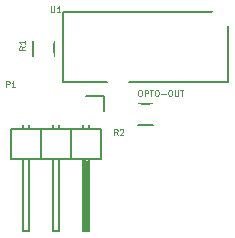
<source format=gto>
G04 #@! TF.FileFunction,Legend,Top*
%FSLAX46Y46*%
G04 Gerber Fmt 4.6, Leading zero omitted, Abs format (unit mm)*
G04 Created by KiCad (PCBNEW 4.0.2-stable) date Monday, December 26, 2016 'PMt' 06:26:59 PM*
%MOMM*%
G01*
G04 APERTURE LIST*
%ADD10C,0.100000*%
%ADD11C,0.110000*%
%ADD12C,0.150000*%
%ADD13R,1.700000X1.900000*%
%ADD14R,1.900000X1.700000*%
%ADD15C,1.924000*%
%ADD16R,3.400000X3.400000*%
%ADD17R,2.127200X2.432000*%
%ADD18O,2.127200X2.432000*%
G04 APERTURE END LIST*
D10*
D11*
X155706190Y-113518190D02*
X155801428Y-113518190D01*
X155849047Y-113542000D01*
X155896666Y-113589619D01*
X155920475Y-113684857D01*
X155920475Y-113851524D01*
X155896666Y-113946762D01*
X155849047Y-113994381D01*
X155801428Y-114018190D01*
X155706190Y-114018190D01*
X155658571Y-113994381D01*
X155610952Y-113946762D01*
X155587142Y-113851524D01*
X155587142Y-113684857D01*
X155610952Y-113589619D01*
X155658571Y-113542000D01*
X155706190Y-113518190D01*
X156134762Y-114018190D02*
X156134762Y-113518190D01*
X156325238Y-113518190D01*
X156372857Y-113542000D01*
X156396666Y-113565810D01*
X156420476Y-113613429D01*
X156420476Y-113684857D01*
X156396666Y-113732476D01*
X156372857Y-113756286D01*
X156325238Y-113780095D01*
X156134762Y-113780095D01*
X156563333Y-113518190D02*
X156849047Y-113518190D01*
X156706190Y-114018190D02*
X156706190Y-113518190D01*
X157110952Y-113518190D02*
X157206190Y-113518190D01*
X157253809Y-113542000D01*
X157301428Y-113589619D01*
X157325237Y-113684857D01*
X157325237Y-113851524D01*
X157301428Y-113946762D01*
X157253809Y-113994381D01*
X157206190Y-114018190D01*
X157110952Y-114018190D01*
X157063333Y-113994381D01*
X157015714Y-113946762D01*
X156991904Y-113851524D01*
X156991904Y-113684857D01*
X157015714Y-113589619D01*
X157063333Y-113542000D01*
X157110952Y-113518190D01*
X157539524Y-113827714D02*
X157920476Y-113827714D01*
X158253810Y-113518190D02*
X158349048Y-113518190D01*
X158396667Y-113542000D01*
X158444286Y-113589619D01*
X158468095Y-113684857D01*
X158468095Y-113851524D01*
X158444286Y-113946762D01*
X158396667Y-113994381D01*
X158349048Y-114018190D01*
X158253810Y-114018190D01*
X158206191Y-113994381D01*
X158158572Y-113946762D01*
X158134762Y-113851524D01*
X158134762Y-113684857D01*
X158158572Y-113589619D01*
X158206191Y-113542000D01*
X158253810Y-113518190D01*
X158682382Y-113518190D02*
X158682382Y-113922952D01*
X158706191Y-113970571D01*
X158730001Y-113994381D01*
X158777620Y-114018190D01*
X158872858Y-114018190D01*
X158920477Y-113994381D01*
X158944286Y-113970571D01*
X158968096Y-113922952D01*
X158968096Y-113518190D01*
X159134763Y-113518190D02*
X159420477Y-113518190D01*
X159277620Y-114018190D02*
X159277620Y-113518190D01*
D12*
X148449000Y-109382000D02*
X148449000Y-110582000D01*
X146699000Y-110582000D02*
X146699000Y-109382000D01*
X156810000Y-116445000D02*
X155610000Y-116445000D01*
X155610000Y-114695000D02*
X156810000Y-114695000D01*
X163210000Y-112855000D02*
X149210000Y-112855000D01*
X149210000Y-112855000D02*
X149210000Y-106855000D01*
X149210000Y-106855000D02*
X163210000Y-106855000D01*
X163210000Y-106855000D02*
X163210000Y-112855000D01*
X152680000Y-114016000D02*
X151130000Y-114016000D01*
X152680000Y-115316000D02*
X152680000Y-114016000D01*
X151257000Y-119507000D02*
X151257000Y-125349000D01*
X151257000Y-125349000D02*
X151003000Y-125349000D01*
X151003000Y-125349000D02*
X151003000Y-119507000D01*
X151003000Y-119507000D02*
X151130000Y-119507000D01*
X151130000Y-119507000D02*
X151130000Y-125349000D01*
X151384000Y-116840000D02*
X151384000Y-116459000D01*
X150876000Y-116840000D02*
X150876000Y-116459000D01*
X148844000Y-116840000D02*
X148844000Y-116459000D01*
X148336000Y-116840000D02*
X148336000Y-116459000D01*
X146304000Y-116840000D02*
X146304000Y-116459000D01*
X145796000Y-116840000D02*
X145796000Y-116459000D01*
X149860000Y-119380000D02*
X152400000Y-119380000D01*
X150876000Y-125476000D02*
X150876000Y-119380000D01*
X151384000Y-125476000D02*
X150876000Y-125476000D01*
X151384000Y-119380000D02*
X151384000Y-125476000D01*
X149860000Y-116840000D02*
X149860000Y-119380000D01*
X152400000Y-116840000D02*
X149860000Y-116840000D01*
X152400000Y-116840000D02*
X152400000Y-119380000D01*
X147320000Y-116840000D02*
X147320000Y-119380000D01*
X147320000Y-116840000D02*
X144780000Y-116840000D01*
X146304000Y-119380000D02*
X146304000Y-125476000D01*
X146304000Y-125476000D02*
X145796000Y-125476000D01*
X145796000Y-125476000D02*
X145796000Y-119380000D01*
X144780000Y-119380000D02*
X147320000Y-119380000D01*
X147320000Y-119380000D02*
X149860000Y-119380000D01*
X148336000Y-125476000D02*
X148336000Y-119380000D01*
X148844000Y-125476000D02*
X148336000Y-125476000D01*
X148844000Y-119380000D02*
X148844000Y-125476000D01*
X147320000Y-116840000D02*
X147320000Y-119380000D01*
X149860000Y-116840000D02*
X147320000Y-116840000D01*
X149860000Y-116840000D02*
X149860000Y-119380000D01*
X144780000Y-116840000D02*
X144780000Y-119380000D01*
D10*
X146022190Y-109811333D02*
X145784095Y-109978000D01*
X146022190Y-110097047D02*
X145522190Y-110097047D01*
X145522190Y-109906571D01*
X145546000Y-109858952D01*
X145569810Y-109835143D01*
X145617429Y-109811333D01*
X145688857Y-109811333D01*
X145736476Y-109835143D01*
X145760286Y-109858952D01*
X145784095Y-109906571D01*
X145784095Y-110097047D01*
X146022190Y-109335143D02*
X146022190Y-109620857D01*
X146022190Y-109478000D02*
X145522190Y-109478000D01*
X145593619Y-109525619D01*
X145641238Y-109573238D01*
X145665048Y-109620857D01*
X153840667Y-117320190D02*
X153674000Y-117082095D01*
X153554953Y-117320190D02*
X153554953Y-116820190D01*
X153745429Y-116820190D01*
X153793048Y-116844000D01*
X153816857Y-116867810D01*
X153840667Y-116915429D01*
X153840667Y-116986857D01*
X153816857Y-117034476D01*
X153793048Y-117058286D01*
X153745429Y-117082095D01*
X153554953Y-117082095D01*
X154031143Y-116867810D02*
X154054953Y-116844000D01*
X154102572Y-116820190D01*
X154221619Y-116820190D01*
X154269238Y-116844000D01*
X154293048Y-116867810D01*
X154316857Y-116915429D01*
X154316857Y-116963048D01*
X154293048Y-117034476D01*
X154007334Y-117320190D01*
X154316857Y-117320190D01*
X148209048Y-106406190D02*
X148209048Y-106810952D01*
X148232857Y-106858571D01*
X148256667Y-106882381D01*
X148304286Y-106906190D01*
X148399524Y-106906190D01*
X148447143Y-106882381D01*
X148470952Y-106858571D01*
X148494762Y-106810952D01*
X148494762Y-106406190D01*
X148994762Y-106906190D02*
X148709048Y-106906190D01*
X148851905Y-106906190D02*
X148851905Y-106406190D01*
X148804286Y-106477619D01*
X148756667Y-106525238D01*
X148709048Y-106549048D01*
X144410953Y-113256190D02*
X144410953Y-112756190D01*
X144601429Y-112756190D01*
X144649048Y-112780000D01*
X144672857Y-112803810D01*
X144696667Y-112851429D01*
X144696667Y-112922857D01*
X144672857Y-112970476D01*
X144649048Y-112994286D01*
X144601429Y-113018095D01*
X144410953Y-113018095D01*
X145172857Y-113256190D02*
X144887143Y-113256190D01*
X145030000Y-113256190D02*
X145030000Y-112756190D01*
X144982381Y-112827619D01*
X144934762Y-112875238D01*
X144887143Y-112899048D01*
%LPC*%
D13*
X147574000Y-111332000D03*
X147574000Y-108632000D03*
D14*
X154860000Y-115570000D03*
X157560000Y-115570000D03*
D15*
X162810000Y-107255000D03*
X153860000Y-112455000D03*
X161210000Y-108585000D03*
X161210000Y-111125000D03*
X151210000Y-108585000D03*
X151210000Y-111125000D03*
D16*
X161290000Y-115316000D03*
D17*
X151130000Y-115316000D03*
D18*
X148590000Y-115316000D03*
X146050000Y-115316000D03*
M02*

</source>
